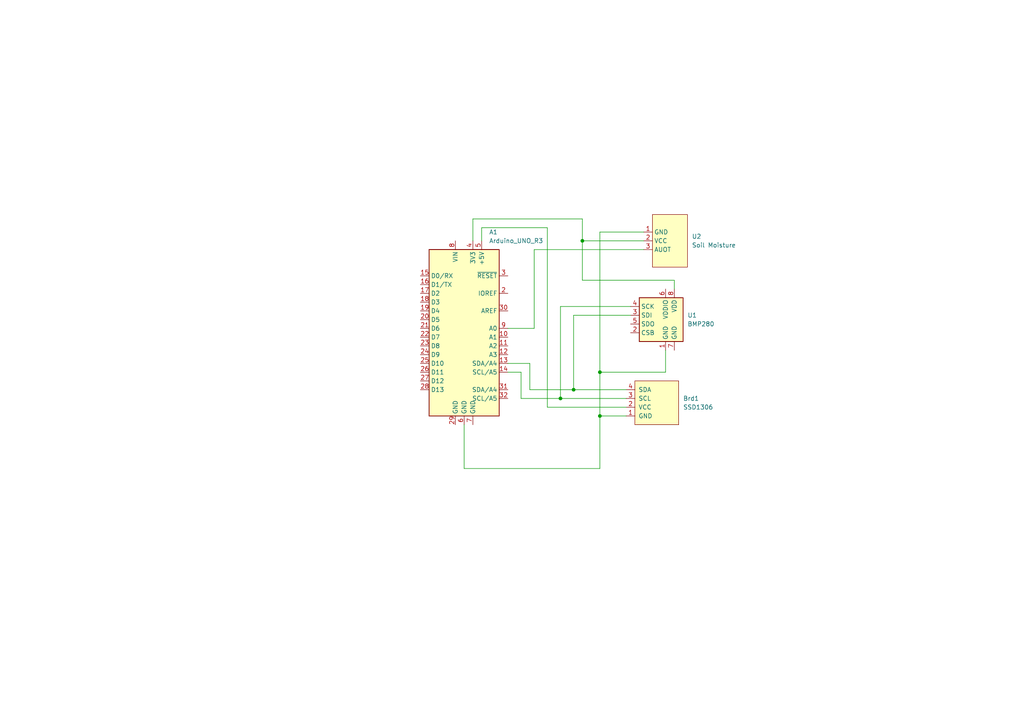
<source format=kicad_sch>
(kicad_sch
	(version 20250114)
	(generator "eeschema")
	(generator_version "9.0")
	(uuid "93817cde-e14e-41cf-a1bf-b8b23bbff11c")
	(paper "A4")
	(title_block
		(title "Pflanzen Sonde")
		(date "2025-12-10")
	)
	(lib_symbols
		(symbol "MCU_Module:Arduino_UNO_R3"
			(exclude_from_sim no)
			(in_bom yes)
			(on_board yes)
			(property "Reference" "A"
				(at -10.16 23.495 0)
				(effects
					(font
						(size 1.27 1.27)
					)
					(justify left bottom)
				)
			)
			(property "Value" "Arduino_UNO_R3"
				(at 5.08 -26.67 0)
				(effects
					(font
						(size 1.27 1.27)
					)
					(justify left top)
				)
			)
			(property "Footprint" "Module:Arduino_UNO_R3"
				(at 0 0 0)
				(effects
					(font
						(size 1.27 1.27)
						(italic yes)
					)
					(hide yes)
				)
			)
			(property "Datasheet" "https://www.arduino.cc/en/Main/arduinoBoardUno"
				(at 0 0 0)
				(effects
					(font
						(size 1.27 1.27)
					)
					(hide yes)
				)
			)
			(property "Description" "Arduino UNO Microcontroller Module, release 3"
				(at 0 0 0)
				(effects
					(font
						(size 1.27 1.27)
					)
					(hide yes)
				)
			)
			(property "ki_keywords" "Arduino UNO R3 Microcontroller Module Atmel AVR USB"
				(at 0 0 0)
				(effects
					(font
						(size 1.27 1.27)
					)
					(hide yes)
				)
			)
			(property "ki_fp_filters" "Arduino*UNO*R3*"
				(at 0 0 0)
				(effects
					(font
						(size 1.27 1.27)
					)
					(hide yes)
				)
			)
			(symbol "Arduino_UNO_R3_0_1"
				(rectangle
					(start -10.16 22.86)
					(end 10.16 -25.4)
					(stroke
						(width 0.254)
						(type default)
					)
					(fill
						(type background)
					)
				)
			)
			(symbol "Arduino_UNO_R3_1_1"
				(pin bidirectional line
					(at -12.7 15.24 0)
					(length 2.54)
					(name "D0/RX"
						(effects
							(font
								(size 1.27 1.27)
							)
						)
					)
					(number "15"
						(effects
							(font
								(size 1.27 1.27)
							)
						)
					)
				)
				(pin bidirectional line
					(at -12.7 12.7 0)
					(length 2.54)
					(name "D1/TX"
						(effects
							(font
								(size 1.27 1.27)
							)
						)
					)
					(number "16"
						(effects
							(font
								(size 1.27 1.27)
							)
						)
					)
				)
				(pin bidirectional line
					(at -12.7 10.16 0)
					(length 2.54)
					(name "D2"
						(effects
							(font
								(size 1.27 1.27)
							)
						)
					)
					(number "17"
						(effects
							(font
								(size 1.27 1.27)
							)
						)
					)
				)
				(pin bidirectional line
					(at -12.7 7.62 0)
					(length 2.54)
					(name "D3"
						(effects
							(font
								(size 1.27 1.27)
							)
						)
					)
					(number "18"
						(effects
							(font
								(size 1.27 1.27)
							)
						)
					)
				)
				(pin bidirectional line
					(at -12.7 5.08 0)
					(length 2.54)
					(name "D4"
						(effects
							(font
								(size 1.27 1.27)
							)
						)
					)
					(number "19"
						(effects
							(font
								(size 1.27 1.27)
							)
						)
					)
				)
				(pin bidirectional line
					(at -12.7 2.54 0)
					(length 2.54)
					(name "D5"
						(effects
							(font
								(size 1.27 1.27)
							)
						)
					)
					(number "20"
						(effects
							(font
								(size 1.27 1.27)
							)
						)
					)
				)
				(pin bidirectional line
					(at -12.7 0 0)
					(length 2.54)
					(name "D6"
						(effects
							(font
								(size 1.27 1.27)
							)
						)
					)
					(number "21"
						(effects
							(font
								(size 1.27 1.27)
							)
						)
					)
				)
				(pin bidirectional line
					(at -12.7 -2.54 0)
					(length 2.54)
					(name "D7"
						(effects
							(font
								(size 1.27 1.27)
							)
						)
					)
					(number "22"
						(effects
							(font
								(size 1.27 1.27)
							)
						)
					)
				)
				(pin bidirectional line
					(at -12.7 -5.08 0)
					(length 2.54)
					(name "D8"
						(effects
							(font
								(size 1.27 1.27)
							)
						)
					)
					(number "23"
						(effects
							(font
								(size 1.27 1.27)
							)
						)
					)
				)
				(pin bidirectional line
					(at -12.7 -7.62 0)
					(length 2.54)
					(name "D9"
						(effects
							(font
								(size 1.27 1.27)
							)
						)
					)
					(number "24"
						(effects
							(font
								(size 1.27 1.27)
							)
						)
					)
				)
				(pin bidirectional line
					(at -12.7 -10.16 0)
					(length 2.54)
					(name "D10"
						(effects
							(font
								(size 1.27 1.27)
							)
						)
					)
					(number "25"
						(effects
							(font
								(size 1.27 1.27)
							)
						)
					)
				)
				(pin bidirectional line
					(at -12.7 -12.7 0)
					(length 2.54)
					(name "D11"
						(effects
							(font
								(size 1.27 1.27)
							)
						)
					)
					(number "26"
						(effects
							(font
								(size 1.27 1.27)
							)
						)
					)
				)
				(pin bidirectional line
					(at -12.7 -15.24 0)
					(length 2.54)
					(name "D12"
						(effects
							(font
								(size 1.27 1.27)
							)
						)
					)
					(number "27"
						(effects
							(font
								(size 1.27 1.27)
							)
						)
					)
				)
				(pin bidirectional line
					(at -12.7 -17.78 0)
					(length 2.54)
					(name "D13"
						(effects
							(font
								(size 1.27 1.27)
							)
						)
					)
					(number "28"
						(effects
							(font
								(size 1.27 1.27)
							)
						)
					)
				)
				(pin no_connect line
					(at -10.16 -20.32 0)
					(length 2.54)
					(hide yes)
					(name "NC"
						(effects
							(font
								(size 1.27 1.27)
							)
						)
					)
					(number "1"
						(effects
							(font
								(size 1.27 1.27)
							)
						)
					)
				)
				(pin power_in line
					(at -2.54 25.4 270)
					(length 2.54)
					(name "VIN"
						(effects
							(font
								(size 1.27 1.27)
							)
						)
					)
					(number "8"
						(effects
							(font
								(size 1.27 1.27)
							)
						)
					)
				)
				(pin power_in line
					(at -2.54 -27.94 90)
					(length 2.54)
					(name "GND"
						(effects
							(font
								(size 1.27 1.27)
							)
						)
					)
					(number "29"
						(effects
							(font
								(size 1.27 1.27)
							)
						)
					)
				)
				(pin power_in line
					(at 0 -27.94 90)
					(length 2.54)
					(name "GND"
						(effects
							(font
								(size 1.27 1.27)
							)
						)
					)
					(number "6"
						(effects
							(font
								(size 1.27 1.27)
							)
						)
					)
				)
				(pin power_out line
					(at 2.54 25.4 270)
					(length 2.54)
					(name "3V3"
						(effects
							(font
								(size 1.27 1.27)
							)
						)
					)
					(number "4"
						(effects
							(font
								(size 1.27 1.27)
							)
						)
					)
				)
				(pin power_in line
					(at 2.54 -27.94 90)
					(length 2.54)
					(name "GND"
						(effects
							(font
								(size 1.27 1.27)
							)
						)
					)
					(number "7"
						(effects
							(font
								(size 1.27 1.27)
							)
						)
					)
				)
				(pin power_out line
					(at 5.08 25.4 270)
					(length 2.54)
					(name "+5V"
						(effects
							(font
								(size 1.27 1.27)
							)
						)
					)
					(number "5"
						(effects
							(font
								(size 1.27 1.27)
							)
						)
					)
				)
				(pin input line
					(at 12.7 15.24 180)
					(length 2.54)
					(name "~{RESET}"
						(effects
							(font
								(size 1.27 1.27)
							)
						)
					)
					(number "3"
						(effects
							(font
								(size 1.27 1.27)
							)
						)
					)
				)
				(pin output line
					(at 12.7 10.16 180)
					(length 2.54)
					(name "IOREF"
						(effects
							(font
								(size 1.27 1.27)
							)
						)
					)
					(number "2"
						(effects
							(font
								(size 1.27 1.27)
							)
						)
					)
				)
				(pin input line
					(at 12.7 5.08 180)
					(length 2.54)
					(name "AREF"
						(effects
							(font
								(size 1.27 1.27)
							)
						)
					)
					(number "30"
						(effects
							(font
								(size 1.27 1.27)
							)
						)
					)
				)
				(pin bidirectional line
					(at 12.7 0 180)
					(length 2.54)
					(name "A0"
						(effects
							(font
								(size 1.27 1.27)
							)
						)
					)
					(number "9"
						(effects
							(font
								(size 1.27 1.27)
							)
						)
					)
				)
				(pin bidirectional line
					(at 12.7 -2.54 180)
					(length 2.54)
					(name "A1"
						(effects
							(font
								(size 1.27 1.27)
							)
						)
					)
					(number "10"
						(effects
							(font
								(size 1.27 1.27)
							)
						)
					)
				)
				(pin bidirectional line
					(at 12.7 -5.08 180)
					(length 2.54)
					(name "A2"
						(effects
							(font
								(size 1.27 1.27)
							)
						)
					)
					(number "11"
						(effects
							(font
								(size 1.27 1.27)
							)
						)
					)
				)
				(pin bidirectional line
					(at 12.7 -7.62 180)
					(length 2.54)
					(name "A3"
						(effects
							(font
								(size 1.27 1.27)
							)
						)
					)
					(number "12"
						(effects
							(font
								(size 1.27 1.27)
							)
						)
					)
				)
				(pin bidirectional line
					(at 12.7 -10.16 180)
					(length 2.54)
					(name "SDA/A4"
						(effects
							(font
								(size 1.27 1.27)
							)
						)
					)
					(number "13"
						(effects
							(font
								(size 1.27 1.27)
							)
						)
					)
				)
				(pin bidirectional line
					(at 12.7 -12.7 180)
					(length 2.54)
					(name "SCL/A5"
						(effects
							(font
								(size 1.27 1.27)
							)
						)
					)
					(number "14"
						(effects
							(font
								(size 1.27 1.27)
							)
						)
					)
				)
				(pin bidirectional line
					(at 12.7 -17.78 180)
					(length 2.54)
					(name "SDA/A4"
						(effects
							(font
								(size 1.27 1.27)
							)
						)
					)
					(number "31"
						(effects
							(font
								(size 1.27 1.27)
							)
						)
					)
				)
				(pin bidirectional line
					(at 12.7 -20.32 180)
					(length 2.54)
					(name "SCL/A5"
						(effects
							(font
								(size 1.27 1.27)
							)
						)
					)
					(number "32"
						(effects
							(font
								(size 1.27 1.27)
							)
						)
					)
				)
			)
			(embedded_fonts no)
		)
		(symbol "Sensor_Pressure:BMP280"
			(exclude_from_sim no)
			(in_bom yes)
			(on_board yes)
			(property "Reference" "U"
				(at -7.62 10.16 0)
				(effects
					(font
						(size 1.27 1.27)
					)
					(justify left top)
				)
			)
			(property "Value" "BMP280"
				(at 5.08 10.16 0)
				(effects
					(font
						(size 1.27 1.27)
					)
					(justify left top)
				)
			)
			(property "Footprint" "Package_LGA:Bosch_LGA-8_2x2.5mm_P0.65mm_ClockwisePinNumbering"
				(at 0 -17.78 0)
				(effects
					(font
						(size 1.27 1.27)
					)
					(hide yes)
				)
			)
			(property "Datasheet" "https://ae-bst.resource.bosch.com/media/_tech/media/datasheets/BST-BMP280-DS001.pdf"
				(at 0 0 0)
				(effects
					(font
						(size 1.27 1.27)
					)
					(hide yes)
				)
			)
			(property "Description" "Absolute Barometric Pressure Sensor, LGA-8"
				(at 0 0 0)
				(effects
					(font
						(size 1.27 1.27)
					)
					(hide yes)
				)
			)
			(property "ki_keywords" "I2C, SPI, pressure, temperature, sensor"
				(at 0 0 0)
				(effects
					(font
						(size 1.27 1.27)
					)
					(hide yes)
				)
			)
			(property "ki_fp_filters" "Bosch*LGA*2x2.5mm*P0.65mm*"
				(at 0 0 0)
				(effects
					(font
						(size 1.27 1.27)
					)
					(hide yes)
				)
			)
			(symbol "BMP280_0_1"
				(rectangle
					(start -7.62 -5.08)
					(end 5.08 7.62)
					(stroke
						(width 0.254)
						(type default)
					)
					(fill
						(type background)
					)
				)
			)
			(symbol "BMP280_1_1"
				(pin input line
					(at -10.16 5.08 0)
					(length 2.54)
					(name "SCK"
						(effects
							(font
								(size 1.27 1.27)
							)
						)
					)
					(number "4"
						(effects
							(font
								(size 1.27 1.27)
							)
						)
					)
				)
				(pin bidirectional line
					(at -10.16 2.54 0)
					(length 2.54)
					(name "SDI"
						(effects
							(font
								(size 1.27 1.27)
							)
						)
					)
					(number "3"
						(effects
							(font
								(size 1.27 1.27)
							)
						)
					)
				)
				(pin bidirectional line
					(at -10.16 0 0)
					(length 2.54)
					(name "SDO"
						(effects
							(font
								(size 1.27 1.27)
							)
						)
					)
					(number "5"
						(effects
							(font
								(size 1.27 1.27)
							)
						)
					)
				)
				(pin input line
					(at -10.16 -2.54 0)
					(length 2.54)
					(name "CSB"
						(effects
							(font
								(size 1.27 1.27)
							)
						)
					)
					(number "2"
						(effects
							(font
								(size 1.27 1.27)
							)
						)
					)
				)
				(pin power_in line
					(at 0 10.16 270)
					(length 2.54)
					(name "VDDIO"
						(effects
							(font
								(size 1.27 1.27)
							)
						)
					)
					(number "6"
						(effects
							(font
								(size 1.27 1.27)
							)
						)
					)
				)
				(pin power_in line
					(at 0 -7.62 90)
					(length 2.54)
					(name "GND"
						(effects
							(font
								(size 1.27 1.27)
							)
						)
					)
					(number "1"
						(effects
							(font
								(size 1.27 1.27)
							)
						)
					)
				)
				(pin power_in line
					(at 2.54 10.16 270)
					(length 2.54)
					(name "VDD"
						(effects
							(font
								(size 1.27 1.27)
							)
						)
					)
					(number "8"
						(effects
							(font
								(size 1.27 1.27)
							)
						)
					)
				)
				(pin power_in line
					(at 2.54 -7.62 90)
					(length 2.54)
					(name "GND"
						(effects
							(font
								(size 1.27 1.27)
							)
						)
					)
					(number "7"
						(effects
							(font
								(size 1.27 1.27)
							)
						)
					)
				)
			)
			(embedded_fonts no)
		)
		(symbol "eigeneSymbole:Capacitive_Soil_Moisture_Sensor"
			(exclude_from_sim no)
			(in_bom yes)
			(on_board yes)
			(property "Reference" "U"
				(at 0 0 0)
				(effects
					(font
						(size 1.27 1.27)
					)
				)
			)
			(property "Value" ""
				(at 0 0 0)
				(effects
					(font
						(size 1.27 1.27)
					)
				)
			)
			(property "Footprint" ""
				(at 0 0 0)
				(effects
					(font
						(size 1.27 1.27)
					)
					(hide yes)
				)
			)
			(property "Datasheet" ""
				(at 0 0 0)
				(effects
					(font
						(size 1.27 1.27)
					)
					(hide yes)
				)
			)
			(property "Description" ""
				(at 0 0 0)
				(effects
					(font
						(size 1.27 1.27)
					)
					(hide yes)
				)
			)
			(symbol "Capacitive_Soil_Moisture_Sensor_1_1"
				(rectangle
					(start 2.54 7.62)
					(end 12.7 -7.62)
					(stroke
						(width 0)
						(type solid)
					)
					(fill
						(type background)
					)
				)
				(pin power_in line
					(at 0 2.54 0)
					(length 2.54)
					(name "GND"
						(effects
							(font
								(size 1.27 1.27)
							)
						)
					)
					(number "1"
						(effects
							(font
								(size 1.27 1.27)
							)
						)
					)
				)
				(pin power_in line
					(at 0 0 0)
					(length 2.54)
					(name "VCC"
						(effects
							(font
								(size 1.27 1.27)
							)
						)
					)
					(number "2"
						(effects
							(font
								(size 1.27 1.27)
							)
						)
					)
				)
				(pin output line
					(at 0 -2.54 0)
					(length 2.54)
					(name "AUOT"
						(effects
							(font
								(size 1.27 1.27)
							)
						)
					)
					(number "3"
						(effects
							(font
								(size 1.27 1.27)
							)
						)
					)
				)
			)
			(embedded_fonts no)
		)
		(symbol "eigeneSymbole:SSD1306"
			(pin_names
				(offset 1.016)
			)
			(exclude_from_sim no)
			(in_bom yes)
			(on_board yes)
			(property "Reference" "Brd"
				(at 0 -3.81 0)
				(effects
					(font
						(size 1.27 1.27)
					)
				)
			)
			(property "Value" "SSD1306"
				(at 0 -1.27 0)
				(effects
					(font
						(size 1.27 1.27)
					)
				)
			)
			(property "Footprint" ""
				(at 0 6.35 0)
				(effects
					(font
						(size 1.27 1.27)
					)
					(hide yes)
				)
			)
			(property "Datasheet" ""
				(at 0 6.35 0)
				(effects
					(font
						(size 1.27 1.27)
					)
					(hide yes)
				)
			)
			(property "Description" "SSD1306 OLED"
				(at 0 0 0)
				(effects
					(font
						(size 1.27 1.27)
					)
					(hide yes)
				)
			)
			(property "ki_keywords" "SSD1306"
				(at 0 0 0)
				(effects
					(font
						(size 1.27 1.27)
					)
					(hide yes)
				)
			)
			(property "ki_fp_filters" "SSD1306-128x64_OLED:SSD1306"
				(at 0 0 0)
				(effects
					(font
						(size 1.27 1.27)
					)
					(hide yes)
				)
			)
			(symbol "SSD1306_0_1"
				(rectangle
					(start -6.35 6.35)
					(end 6.35 -6.35)
					(stroke
						(width 0)
						(type solid)
					)
					(fill
						(type background)
					)
				)
			)
			(symbol "SSD1306_1_1"
				(pin input line
					(at -3.81 8.89 270)
					(length 2.54)
					(name "GND"
						(effects
							(font
								(size 1.27 1.27)
							)
						)
					)
					(number "1"
						(effects
							(font
								(size 1.27 1.27)
							)
						)
					)
				)
				(pin input line
					(at -1.27 8.89 270)
					(length 2.54)
					(name "VCC"
						(effects
							(font
								(size 1.27 1.27)
							)
						)
					)
					(number "2"
						(effects
							(font
								(size 1.27 1.27)
							)
						)
					)
				)
				(pin input line
					(at 1.27 8.89 270)
					(length 2.54)
					(name "SCL"
						(effects
							(font
								(size 1.27 1.27)
							)
						)
					)
					(number "3"
						(effects
							(font
								(size 1.27 1.27)
							)
						)
					)
				)
				(pin input line
					(at 3.81 8.89 270)
					(length 2.54)
					(name "SDA"
						(effects
							(font
								(size 1.27 1.27)
							)
						)
					)
					(number "4"
						(effects
							(font
								(size 1.27 1.27)
							)
						)
					)
				)
			)
			(embedded_fonts no)
		)
	)
	(junction
		(at 173.99 107.95)
		(diameter 0)
		(color 0 0 0 0)
		(uuid "15d22afb-9949-4183-9094-6a32afa5c07d")
	)
	(junction
		(at 168.91 69.85)
		(diameter 0)
		(color 0 0 0 0)
		(uuid "238c9f04-567d-4211-a7bb-195ab6c8d944")
	)
	(junction
		(at 162.56 115.57)
		(diameter 0)
		(color 0 0 0 0)
		(uuid "72c33c14-94aa-4a64-acb5-145a7a088558")
	)
	(junction
		(at 173.99 120.65)
		(diameter 0)
		(color 0 0 0 0)
		(uuid "ca9e6a05-9aab-4d47-99bc-a3d2c9d4a04c")
	)
	(junction
		(at 166.37 113.03)
		(diameter 0)
		(color 0 0 0 0)
		(uuid "fdbce995-a377-4a6d-bc6b-4bd16c59c403")
	)
	(wire
		(pts
			(xy 162.56 115.57) (xy 181.61 115.57)
		)
		(stroke
			(width 0)
			(type default)
		)
		(uuid "09a6b4c5-0195-4ba4-b610-3796de8225cb")
	)
	(wire
		(pts
			(xy 139.7 69.85) (xy 139.7 66.04)
		)
		(stroke
			(width 0)
			(type default)
		)
		(uuid "09e56b7a-f3bb-40ef-8c2e-95e1334792dd")
	)
	(wire
		(pts
			(xy 168.91 81.28) (xy 168.91 69.85)
		)
		(stroke
			(width 0)
			(type default)
		)
		(uuid "0b43eb0b-4678-4763-90c5-40b3ebb0d7da")
	)
	(wire
		(pts
			(xy 168.91 63.5) (xy 168.91 69.85)
		)
		(stroke
			(width 0)
			(type default)
		)
		(uuid "1547399c-ef48-4fee-96ea-f37e8a4ff6f9")
	)
	(wire
		(pts
			(xy 173.99 120.65) (xy 181.61 120.65)
		)
		(stroke
			(width 0)
			(type default)
		)
		(uuid "1b85f63c-7e6a-4010-a895-27b21fd54cdf")
	)
	(wire
		(pts
			(xy 154.94 72.39) (xy 154.94 95.25)
		)
		(stroke
			(width 0)
			(type default)
		)
		(uuid "1c04771a-3ede-4c7a-abe3-42556c8769fb")
	)
	(wire
		(pts
			(xy 182.88 88.9) (xy 162.56 88.9)
		)
		(stroke
			(width 0)
			(type default)
		)
		(uuid "1dfe3df8-0a90-4115-9744-1f354f6bb30a")
	)
	(wire
		(pts
			(xy 186.69 72.39) (xy 154.94 72.39)
		)
		(stroke
			(width 0)
			(type default)
		)
		(uuid "2443b2b2-ae4e-45d3-b4b1-51f31544352f")
	)
	(wire
		(pts
			(xy 134.62 135.89) (xy 173.99 135.89)
		)
		(stroke
			(width 0)
			(type default)
		)
		(uuid "256886ff-d3a8-434f-95a4-9cbadde7825f")
	)
	(wire
		(pts
			(xy 151.13 115.57) (xy 162.56 115.57)
		)
		(stroke
			(width 0)
			(type default)
		)
		(uuid "4eaae01d-0b41-4b67-8a19-ed7eb9275dcb")
	)
	(wire
		(pts
			(xy 173.99 107.95) (xy 193.04 107.95)
		)
		(stroke
			(width 0)
			(type default)
		)
		(uuid "4f383412-2319-4192-ad82-569a1e859044")
	)
	(wire
		(pts
			(xy 154.94 95.25) (xy 147.32 95.25)
		)
		(stroke
			(width 0)
			(type default)
		)
		(uuid "53c31ab9-4c71-4e77-abc1-db7b444eff98")
	)
	(wire
		(pts
			(xy 158.75 118.11) (xy 181.61 118.11)
		)
		(stroke
			(width 0)
			(type default)
		)
		(uuid "5ee97bab-5495-4d90-8c8b-8b698eab3e64")
	)
	(wire
		(pts
			(xy 137.16 63.5) (xy 168.91 63.5)
		)
		(stroke
			(width 0)
			(type default)
		)
		(uuid "6171b09b-39b0-419c-9edb-761bcee251fd")
	)
	(wire
		(pts
			(xy 193.04 107.95) (xy 193.04 101.6)
		)
		(stroke
			(width 0)
			(type default)
		)
		(uuid "6f3917e0-52fa-459a-9c24-34fa65014556")
	)
	(wire
		(pts
			(xy 158.75 66.04) (xy 158.75 118.11)
		)
		(stroke
			(width 0)
			(type default)
		)
		(uuid "769cb261-45e0-4c2c-b64a-283fa2fc0a1b")
	)
	(wire
		(pts
			(xy 182.88 91.44) (xy 166.37 91.44)
		)
		(stroke
			(width 0)
			(type default)
		)
		(uuid "7a79f54a-da22-4f63-9e2a-ed53674fdae8")
	)
	(wire
		(pts
			(xy 166.37 91.44) (xy 166.37 113.03)
		)
		(stroke
			(width 0)
			(type default)
		)
		(uuid "7be28ada-ca30-44fe-90dd-b31965bf75c4")
	)
	(wire
		(pts
			(xy 147.32 107.95) (xy 151.13 107.95)
		)
		(stroke
			(width 0)
			(type default)
		)
		(uuid "885b3dac-a651-43c7-bb92-acdc4dc6a377")
	)
	(wire
		(pts
			(xy 153.67 113.03) (xy 166.37 113.03)
		)
		(stroke
			(width 0)
			(type default)
		)
		(uuid "9a01d999-a3c2-40ee-9049-04216bde57c1")
	)
	(wire
		(pts
			(xy 151.13 107.95) (xy 151.13 115.57)
		)
		(stroke
			(width 0)
			(type default)
		)
		(uuid "9ab1acd7-b8e9-4cdf-b445-1352fc780297")
	)
	(wire
		(pts
			(xy 195.58 81.28) (xy 168.91 81.28)
		)
		(stroke
			(width 0)
			(type default)
		)
		(uuid "a64ebcd9-9721-4002-8203-6bae737fd778")
	)
	(wire
		(pts
			(xy 134.62 123.19) (xy 134.62 135.89)
		)
		(stroke
			(width 0)
			(type default)
		)
		(uuid "a8ab70bd-6c1b-4b0d-b387-a831362d1c32")
	)
	(wire
		(pts
			(xy 173.99 107.95) (xy 173.99 67.31)
		)
		(stroke
			(width 0)
			(type default)
		)
		(uuid "aedc1837-33a7-4fac-9377-84fa14e63e32")
	)
	(wire
		(pts
			(xy 173.99 135.89) (xy 173.99 120.65)
		)
		(stroke
			(width 0)
			(type default)
		)
		(uuid "b0d8c9f6-ae10-4ebe-864a-041f4d57b88e")
	)
	(wire
		(pts
			(xy 195.58 83.82) (xy 195.58 81.28)
		)
		(stroke
			(width 0)
			(type default)
		)
		(uuid "b13efb3f-5f08-4cc3-a4bd-4b90939d713b")
	)
	(wire
		(pts
			(xy 147.32 105.41) (xy 153.67 105.41)
		)
		(stroke
			(width 0)
			(type default)
		)
		(uuid "b39a764b-5b71-49e8-8728-15d1de537129")
	)
	(wire
		(pts
			(xy 137.16 69.85) (xy 137.16 63.5)
		)
		(stroke
			(width 0)
			(type default)
		)
		(uuid "b9da6184-947e-4455-b77e-7e90ee3713da")
	)
	(wire
		(pts
			(xy 153.67 105.41) (xy 153.67 113.03)
		)
		(stroke
			(width 0)
			(type default)
		)
		(uuid "bf135bc0-4832-4d23-bb06-fdfc4ef4c327")
	)
	(wire
		(pts
			(xy 162.56 88.9) (xy 162.56 115.57)
		)
		(stroke
			(width 0)
			(type default)
		)
		(uuid "d45b9010-496a-4cf5-80eb-d128e2156a95")
	)
	(wire
		(pts
			(xy 166.37 113.03) (xy 181.61 113.03)
		)
		(stroke
			(width 0)
			(type default)
		)
		(uuid "dbcc1ea7-6a13-481c-bcec-9ad6fe2f3b02")
	)
	(wire
		(pts
			(xy 173.99 107.95) (xy 173.99 120.65)
		)
		(stroke
			(width 0)
			(type default)
		)
		(uuid "dfb05d26-9bac-406a-af47-17f05c773ef9")
	)
	(wire
		(pts
			(xy 168.91 69.85) (xy 186.69 69.85)
		)
		(stroke
			(width 0)
			(type default)
		)
		(uuid "e0ae5a2f-310e-4cc2-8597-617cae3c0e6b")
	)
	(wire
		(pts
			(xy 139.7 66.04) (xy 158.75 66.04)
		)
		(stroke
			(width 0)
			(type default)
		)
		(uuid "ed670779-8d7f-472e-882b-cc92dde51bfe")
	)
	(wire
		(pts
			(xy 173.99 67.31) (xy 186.69 67.31)
		)
		(stroke
			(width 0)
			(type default)
		)
		(uuid "f121c6c1-1fb9-446d-a460-626cdd88e095")
	)
	(symbol
		(lib_id "Sensor_Pressure:BMP280")
		(at 193.04 93.98 0)
		(unit 1)
		(exclude_from_sim no)
		(in_bom yes)
		(on_board yes)
		(dnp no)
		(fields_autoplaced yes)
		(uuid "0df0e511-1a5e-405a-b93e-9853d52e6f5d")
		(property "Reference" "U1"
			(at 199.39 91.4399 0)
			(effects
				(font
					(size 1.27 1.27)
				)
				(justify left)
			)
		)
		(property "Value" "BMP280"
			(at 199.39 93.9799 0)
			(effects
				(font
					(size 1.27 1.27)
				)
				(justify left)
			)
		)
		(property "Footprint" "Package_LGA:Bosch_LGA-8_2x2.5mm_P0.65mm_ClockwisePinNumbering"
			(at 193.04 111.76 0)
			(effects
				(font
					(size 1.27 1.27)
				)
				(hide yes)
			)
		)
		(property "Datasheet" "https://ae-bst.resource.bosch.com/media/_tech/media/datasheets/BST-BMP280-DS001.pdf"
			(at 193.04 93.98 0)
			(effects
				(font
					(size 1.27 1.27)
				)
				(hide yes)
			)
		)
		(property "Description" "Absolute Barometric Pressure Sensor, LGA-8"
			(at 193.04 93.98 0)
			(effects
				(font
					(size 1.27 1.27)
				)
				(hide yes)
			)
		)
		(pin "5"
			(uuid "55e79b52-c745-4fa8-ba47-03164cd1cda3")
		)
		(pin "1"
			(uuid "bf5df9a1-699f-4364-86d5-db1fe64f9216")
		)
		(pin "7"
			(uuid "60bca658-9971-4f70-96ba-5528ec61c5b7")
		)
		(pin "4"
			(uuid "a10783e0-da4b-40e8-9425-f2df0cf4598d")
		)
		(pin "3"
			(uuid "6fb6ec2d-0c42-4676-8714-0bd4febc4eab")
		)
		(pin "2"
			(uuid "a8d74ab4-2c3f-4d46-bfcf-c672a5a0a2a6")
		)
		(pin "6"
			(uuid "2e536b8b-1fa5-4343-87cb-99ee5dda3adc")
		)
		(pin "8"
			(uuid "3a841ebb-0482-4db3-94a4-75d24ce609d2")
		)
		(instances
			(project ""
				(path "/93817cde-e14e-41cf-a1bf-b8b23bbff11c"
					(reference "U1")
					(unit 1)
				)
			)
		)
	)
	(symbol
		(lib_id "eigeneSymbole:SSD1306")
		(at 190.5 116.84 90)
		(unit 1)
		(exclude_from_sim no)
		(in_bom yes)
		(on_board yes)
		(dnp no)
		(fields_autoplaced yes)
		(uuid "609f00ad-0826-4502-9265-c04c29c681c2")
		(property "Reference" "Brd1"
			(at 198.12 115.5699 90)
			(effects
				(font
					(size 1.27 1.27)
				)
				(justify right)
			)
		)
		(property "Value" "SSD1306"
			(at 198.12 118.1099 90)
			(effects
				(font
					(size 1.27 1.27)
				)
				(justify right)
			)
		)
		(property "Footprint" "eigene dinge:SSD1306"
			(at 184.15 116.84 0)
			(effects
				(font
					(size 1.27 1.27)
				)
				(hide yes)
			)
		)
		(property "Datasheet" ""
			(at 184.15 116.84 0)
			(effects
				(font
					(size 1.27 1.27)
				)
				(hide yes)
			)
		)
		(property "Description" "SSD1306 OLED"
			(at 190.5 116.84 0)
			(effects
				(font
					(size 1.27 1.27)
				)
				(hide yes)
			)
		)
		(pin "1"
			(uuid "5b73a66b-ec3b-4c0e-b02e-7bd768161e81")
		)
		(pin "2"
			(uuid "10263397-d48b-411d-9671-8bafef68d3fb")
		)
		(pin "3"
			(uuid "ad100216-c9fb-4468-b1c7-bae4767801ba")
		)
		(pin "4"
			(uuid "ed837a39-c2b8-47b9-815b-df83d10847c7")
		)
		(instances
			(project ""
				(path "/93817cde-e14e-41cf-a1bf-b8b23bbff11c"
					(reference "Brd1")
					(unit 1)
				)
			)
		)
	)
	(symbol
		(lib_id "eigeneSymbole:Capacitive_Soil_Moisture_Sensor")
		(at 186.69 69.85 0)
		(unit 1)
		(exclude_from_sim no)
		(in_bom yes)
		(on_board yes)
		(dnp no)
		(fields_autoplaced yes)
		(uuid "6c02a992-6eaa-4e7d-a06d-2aed7abf8b0b")
		(property "Reference" "U2"
			(at 200.66 68.5799 0)
			(effects
				(font
					(size 1.27 1.27)
				)
				(justify left)
			)
		)
		(property "Value" "Soil Moisture"
			(at 200.66 71.1199 0)
			(effects
				(font
					(size 1.27 1.27)
				)
				(justify left)
			)
		)
		(property "Footprint" ""
			(at 186.69 69.85 0)
			(effects
				(font
					(size 1.27 1.27)
				)
				(hide yes)
			)
		)
		(property "Datasheet" ""
			(at 186.69 69.85 0)
			(effects
				(font
					(size 1.27 1.27)
				)
				(hide yes)
			)
		)
		(property "Description" ""
			(at 186.69 69.85 0)
			(effects
				(font
					(size 1.27 1.27)
				)
				(hide yes)
			)
		)
		(pin "1"
			(uuid "a8b0747d-4913-434f-9887-8dc6257582e4")
		)
		(pin "2"
			(uuid "f857529e-d12b-4c54-995c-b177f37b637f")
		)
		(pin "3"
			(uuid "ab19042d-6110-4129-bcda-0c55963ef6ae")
		)
		(instances
			(project ""
				(path "/93817cde-e14e-41cf-a1bf-b8b23bbff11c"
					(reference "U2")
					(unit 1)
				)
			)
		)
	)
	(symbol
		(lib_id "MCU_Module:Arduino_UNO_R3")
		(at 134.62 95.25 0)
		(unit 1)
		(exclude_from_sim no)
		(in_bom yes)
		(on_board yes)
		(dnp no)
		(fields_autoplaced yes)
		(uuid "c6c0f877-c12d-49c2-9f1e-f767a763cc7d")
		(property "Reference" "A1"
			(at 141.8433 67.31 0)
			(effects
				(font
					(size 1.27 1.27)
				)
				(justify left)
			)
		)
		(property "Value" "Arduino_UNO_R3"
			(at 141.8433 69.85 0)
			(effects
				(font
					(size 1.27 1.27)
				)
				(justify left)
			)
		)
		(property "Footprint" "Module:Arduino_UNO_R3"
			(at 134.62 95.25 0)
			(effects
				(font
					(size 1.27 1.27)
					(italic yes)
				)
				(hide yes)
			)
		)
		(property "Datasheet" "https://www.arduino.cc/en/Main/arduinoBoardUno"
			(at 134.62 95.25 0)
			(effects
				(font
					(size 1.27 1.27)
				)
				(hide yes)
			)
		)
		(property "Description" "Arduino UNO Microcontroller Module, release 3"
			(at 134.62 95.25 0)
			(effects
				(font
					(size 1.27 1.27)
				)
				(hide yes)
			)
		)
		(pin "15"
			(uuid "6dfeb67b-7061-4b0b-9ecf-d72d7e264a6e")
		)
		(pin "16"
			(uuid "4df145cc-744a-410f-8de5-ba6ab85854ce")
		)
		(pin "19"
			(uuid "9ed7827a-83ac-409a-83fc-d4833e1e0cf6")
		)
		(pin "27"
			(uuid "97263d1c-933e-4560-a7a9-7a63b952cbcd")
		)
		(pin "24"
			(uuid "55612a37-76a6-46d4-9046-19be62710e35")
		)
		(pin "28"
			(uuid "28962c79-850f-41ad-914c-454c3876d4a2")
		)
		(pin "17"
			(uuid "d5eb1903-ed18-4d3e-a3fd-597308766ef8")
		)
		(pin "18"
			(uuid "a2fd7077-6aaa-422d-b830-e66105d427d8")
		)
		(pin "20"
			(uuid "e5362838-f69d-4431-a863-65c2d20bfb63")
		)
		(pin "21"
			(uuid "e3dcbfb4-1d6e-4b29-b8b6-39fc1c3bc981")
		)
		(pin "22"
			(uuid "a393c6f7-135e-42fc-b9a1-a462ae6d4c08")
		)
		(pin "23"
			(uuid "ce0d5b69-2162-40bb-83ac-dd19c1b85b2f")
		)
		(pin "25"
			(uuid "95ae9cab-9424-4a3a-8571-90efffed325b")
		)
		(pin "26"
			(uuid "e3628ac0-705c-45a0-aaa6-21bec3c4726d")
		)
		(pin "29"
			(uuid "c18a56dd-1717-44fb-a569-780e1e3b328e")
		)
		(pin "3"
			(uuid "6bd5cb6b-2d80-4796-89fc-2ffc65f3ff92")
		)
		(pin "2"
			(uuid "70e9d989-a4d4-4615-87e7-8e2be8e16ff9")
		)
		(pin "4"
			(uuid "ade1f488-da88-4b35-80b6-270214d225eb")
		)
		(pin "8"
			(uuid "224e0f05-3f8b-412e-bc36-46024d6add32")
		)
		(pin "5"
			(uuid "2b44576f-6026-470f-8317-d1423e7df95e")
		)
		(pin "10"
			(uuid "329fbb21-e7f5-47fe-b48b-0ff364525c51")
		)
		(pin "6"
			(uuid "f63b715f-979d-447d-af4a-b722b009be7b")
		)
		(pin "7"
			(uuid "43cbe0f2-b321-4a23-97c3-9913902c8eef")
		)
		(pin "13"
			(uuid "45488201-c28e-4515-849e-16bb1b3804e9")
		)
		(pin "31"
			(uuid "38b5f426-459e-4e4c-b676-3a9f3b5d1846")
		)
		(pin "30"
			(uuid "c430e17b-51c3-41f9-a72e-a30670a9fecc")
		)
		(pin "32"
			(uuid "59809f78-121e-4358-b13f-de153c9c0036")
		)
		(pin "9"
			(uuid "e65612ce-f9dd-4067-a2da-d77cfd475ecf")
		)
		(pin "11"
			(uuid "a9bacf79-bb77-4c78-857b-a2d3b39acab5")
		)
		(pin "14"
			(uuid "2c7f305c-c5da-4160-b570-f11d580df2dc")
		)
		(pin "1"
			(uuid "34cad9df-9175-43e2-b9db-cfc84bb1a771")
		)
		(pin "12"
			(uuid "668ec228-60c3-45d2-9042-1b115a98ce65")
		)
		(instances
			(project ""
				(path "/93817cde-e14e-41cf-a1bf-b8b23bbff11c"
					(reference "A1")
					(unit 1)
				)
			)
		)
	)
	(sheet_instances
		(path "/"
			(page "1")
		)
	)
	(embedded_fonts no)
)

</source>
